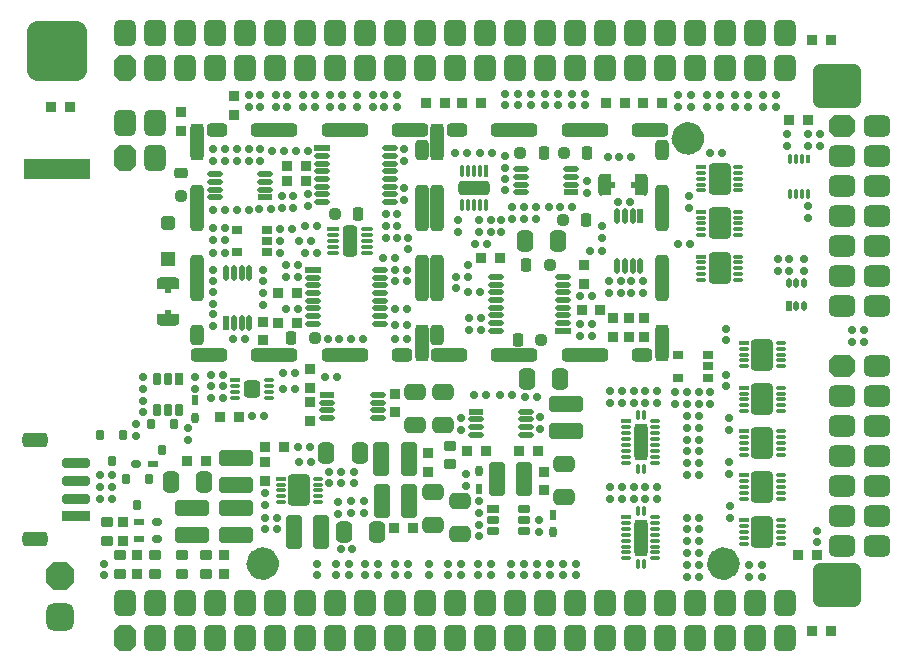
<source format=gbr>
%TF.GenerationSoftware,Altium Limited,Altium Designer,21.2.2 (38)*%
G04 Layer_Color=8388736*
%FSLAX45Y45*%
%MOMM*%
%TF.SameCoordinates,D1C1B47B-FFDC-44FD-B647-F1046EBF8E97*%
%TF.FilePolarity,Negative*%
%TF.FileFunction,Soldermask,Top*%
%TF.Part,Single*%
G01*
G75*
%TA.AperFunction,NonConductor*%
%ADD109R,5.70000X1.80000*%
%TA.AperFunction,ComponentPad*%
G04:AMPARAMS|DCode=110|XSize=1.83mm|YSize=2.23mm|CornerRadius=0mm|HoleSize=0mm|Usage=FLASHONLY|Rotation=0.000|XOffset=0mm|YOffset=0mm|HoleType=Round|Shape=Octagon|*
%AMOCTAGOND110*
4,1,8,-0.45750,1.11500,0.45750,1.11500,0.91500,0.65750,0.91500,-0.65750,0.45750,-1.11500,-0.45750,-1.11500,-0.91500,-0.65750,-0.91500,0.65750,-0.45750,1.11500,0.0*
%
%ADD110OCTAGOND110*%

G04:AMPARAMS|DCode=111|XSize=1.83mm|YSize=2.23mm|CornerRadius=0.49mm|HoleSize=0mm|Usage=FLASHONLY|Rotation=0.000|XOffset=0mm|YOffset=0mm|HoleType=Round|Shape=RoundedRectangle|*
%AMROUNDEDRECTD111*
21,1,1.83000,1.25001,0,0,0.0*
21,1,0.85000,2.23000,0,0,0.0*
1,1,0.98000,0.42500,-0.62500*
1,1,0.98000,-0.42500,-0.62500*
1,1,0.98000,-0.42500,0.62500*
1,1,0.98000,0.42500,0.62500*
%
%ADD111ROUNDEDRECTD111*%
G04:AMPARAMS|DCode=112|XSize=1.83mm|YSize=2.23mm|CornerRadius=0.49mm|HoleSize=0mm|Usage=FLASHONLY|Rotation=270.000|XOffset=0mm|YOffset=0mm|HoleType=Round|Shape=RoundedRectangle|*
%AMROUNDEDRECTD112*
21,1,1.83000,1.25001,0,0,270.0*
21,1,0.85000,2.23000,0,0,270.0*
1,1,0.98000,-0.62500,-0.42500*
1,1,0.98000,-0.62500,0.42500*
1,1,0.98000,0.62500,0.42500*
1,1,0.98000,0.62500,-0.42500*
%
%ADD112ROUNDEDRECTD112*%
G04:AMPARAMS|DCode=113|XSize=1.83mm|YSize=2.23mm|CornerRadius=0mm|HoleSize=0mm|Usage=FLASHONLY|Rotation=270.000|XOffset=0mm|YOffset=0mm|HoleType=Round|Shape=Octagon|*
%AMOCTAGOND113*
4,1,8,1.11500,0.45750,1.11500,-0.45750,0.65750,-0.91500,-0.65750,-0.91500,-1.11500,-0.45750,-1.11500,0.45750,-0.65750,0.91500,0.65750,0.91500,1.11500,0.45750,0.0*
%
%ADD113OCTAGOND113*%

G04:AMPARAMS|DCode=114|XSize=4.13mm|YSize=3.73mm|CornerRadius=0.605mm|HoleSize=0mm|Usage=FLASHONLY|Rotation=0.000|XOffset=0mm|YOffset=0mm|HoleType=Round|Shape=RoundedRectangle|*
%AMROUNDEDRECTD114*
21,1,4.13000,2.52000,0,0,0.0*
21,1,2.92000,3.73000,0,0,0.0*
1,1,1.21000,1.46000,-1.26000*
1,1,1.21000,-1.46000,-1.26000*
1,1,1.21000,-1.46000,1.26000*
1,1,1.21000,1.46000,1.26000*
%
%ADD114ROUNDEDRECTD114*%
G04:AMPARAMS|DCode=115|XSize=5.13mm|YSize=5.13mm|CornerRadius=1.065mm|HoleSize=0mm|Usage=FLASHONLY|Rotation=0.000|XOffset=0mm|YOffset=0mm|HoleType=Round|Shape=RoundedRectangle|*
%AMROUNDEDRECTD115*
21,1,5.13000,3.00000,0,0,0.0*
21,1,3.00000,5.13000,0,0,0.0*
1,1,2.13000,1.50000,-1.50000*
1,1,2.13000,-1.50000,-1.50000*
1,1,2.13000,-1.50000,1.50000*
1,1,2.13000,1.50000,1.50000*
%
%ADD115ROUNDEDRECTD115*%
G04:AMPARAMS|DCode=116|XSize=2.33mm|YSize=2.33mm|CornerRadius=0.615mm|HoleSize=0mm|Usage=FLASHONLY|Rotation=270.000|XOffset=0mm|YOffset=0mm|HoleType=Round|Shape=RoundedRectangle|*
%AMROUNDEDRECTD116*
21,1,2.33000,1.10000,0,0,270.0*
21,1,1.10000,2.33000,0,0,270.0*
1,1,1.23001,-0.55000,-0.55000*
1,1,1.23001,-0.55000,0.55000*
1,1,1.23001,0.55000,0.55000*
1,1,1.23001,0.55000,-0.55000*
%
%ADD116ROUNDEDRECTD116*%
G04:AMPARAMS|DCode=117|XSize=2.33mm|YSize=2.33mm|CornerRadius=0mm|HoleSize=0mm|Usage=FLASHONLY|Rotation=270.000|XOffset=0mm|YOffset=0mm|HoleType=Round|Shape=Octagon|*
%AMOCTAGOND117*
4,1,8,-0.58250,-1.16500,0.58250,-1.16500,1.16500,-0.58250,1.16500,0.58250,0.58250,1.16500,-0.58250,1.16500,-1.16500,0.58250,-1.16500,-0.58250,-0.58250,-1.16500,0.0*
%
%ADD117OCTAGOND117*%

%TA.AperFunction,NonConductor*%
%ADD156C,2.20000*%
%TA.AperFunction,SMDPad,CuDef*%
%ADD157R,0.93000X0.73000*%
G04:AMPARAMS|DCode=158|XSize=0.73mm|YSize=0.93mm|CornerRadius=0.215mm|HoleSize=0mm|Usage=FLASHONLY|Rotation=270.000|XOffset=0mm|YOffset=0mm|HoleType=Round|Shape=RoundedRectangle|*
%AMROUNDEDRECTD158*
21,1,0.73000,0.50000,0,0,270.0*
21,1,0.30000,0.93000,0,0,270.0*
1,1,0.43000,-0.25000,-0.15000*
1,1,0.43000,-0.25000,0.15000*
1,1,0.43000,0.25000,0.15000*
1,1,0.43000,0.25000,-0.15000*
%
%ADD158ROUNDEDRECTD158*%
G04:AMPARAMS|DCode=159|XSize=0.63mm|YSize=0.63mm|CornerRadius=0.19mm|HoleSize=0mm|Usage=FLASHONLY|Rotation=270.000|XOffset=0mm|YOffset=0mm|HoleType=Round|Shape=RoundedRectangle|*
%AMROUNDEDRECTD159*
21,1,0.63000,0.25000,0,0,270.0*
21,1,0.25000,0.63000,0,0,270.0*
1,1,0.38000,-0.12500,-0.12500*
1,1,0.38000,-0.12500,0.12500*
1,1,0.38000,0.12500,0.12500*
1,1,0.38000,0.12500,-0.12500*
%
%ADD159ROUNDEDRECTD159*%
%ADD160R,1.28000X0.48000*%
G04:AMPARAMS|DCode=161|XSize=0.48mm|YSize=1.28mm|CornerRadius=0.1525mm|HoleSize=0mm|Usage=FLASHONLY|Rotation=90.000|XOffset=0mm|YOffset=0mm|HoleType=Round|Shape=RoundedRectangle|*
%AMROUNDEDRECTD161*
21,1,0.48000,0.97500,0,0,90.0*
21,1,0.17500,1.28000,0,0,90.0*
1,1,0.30500,0.48750,0.08750*
1,1,0.30500,0.48750,-0.08750*
1,1,0.30500,-0.48750,-0.08750*
1,1,0.30500,-0.48750,0.08750*
%
%ADD161ROUNDEDRECTD161*%
%ADD162R,0.83000X0.38000*%
G04:AMPARAMS|DCode=163|XSize=0.38mm|YSize=0.83mm|CornerRadius=0.1275mm|HoleSize=0mm|Usage=FLASHONLY|Rotation=90.000|XOffset=0mm|YOffset=0mm|HoleType=Round|Shape=RoundedRectangle|*
%AMROUNDEDRECTD163*
21,1,0.38000,0.57500,0,0,90.0*
21,1,0.12500,0.83000,0,0,90.0*
1,1,0.25500,0.28750,0.06250*
1,1,0.25500,0.28750,-0.06250*
1,1,0.25500,-0.28750,-0.06250*
1,1,0.25500,-0.28750,0.06250*
%
%ADD163ROUNDEDRECTD163*%
G04:AMPARAMS|DCode=164|XSize=2.63mm|YSize=1.83mm|CornerRadius=0.235mm|HoleSize=0mm|Usage=FLASHONLY|Rotation=90.000|XOffset=0mm|YOffset=0mm|HoleType=Round|Shape=RoundedRectangle|*
%AMROUNDEDRECTD164*
21,1,2.63000,1.36000,0,0,90.0*
21,1,2.16000,1.83000,0,0,90.0*
1,1,0.47000,0.68000,1.08000*
1,1,0.47000,0.68000,-1.08000*
1,1,0.47000,-0.68000,-1.08000*
1,1,0.47000,-0.68000,1.08000*
%
%ADD164ROUNDEDRECTD164*%
G04:AMPARAMS|DCode=165|XSize=0.48mm|YSize=0.83mm|CornerRadius=0.1525mm|HoleSize=0mm|Usage=FLASHONLY|Rotation=180.000|XOffset=0mm|YOffset=0mm|HoleType=Round|Shape=RoundedRectangle|*
%AMROUNDEDRECTD165*
21,1,0.48000,0.52501,0,0,180.0*
21,1,0.17500,0.83000,0,0,180.0*
1,1,0.30500,-0.08750,0.26250*
1,1,0.30500,0.08750,0.26250*
1,1,0.30500,0.08750,-0.26250*
1,1,0.30500,-0.08750,-0.26250*
%
%ADD165ROUNDEDRECTD165*%
%ADD166R,0.48000X0.83000*%
G04:AMPARAMS|DCode=167|XSize=0.63mm|YSize=0.63mm|CornerRadius=0.19mm|HoleSize=0mm|Usage=FLASHONLY|Rotation=180.000|XOffset=0mm|YOffset=0mm|HoleType=Round|Shape=RoundedRectangle|*
%AMROUNDEDRECTD167*
21,1,0.63000,0.25000,0,0,180.0*
21,1,0.25000,0.63000,0,0,180.0*
1,1,0.38000,-0.12500,0.12500*
1,1,0.38000,0.12500,0.12500*
1,1,0.38000,0.12500,-0.12500*
1,1,0.38000,-0.12500,-0.12500*
%
%ADD167ROUNDEDRECTD167*%
%ADD168R,0.40000X0.78000*%
G04:AMPARAMS|DCode=169|XSize=0.4mm|YSize=0.78mm|CornerRadius=0.1325mm|HoleSize=0mm|Usage=FLASHONLY|Rotation=0.000|XOffset=0mm|YOffset=0mm|HoleType=Round|Shape=RoundedRectangle|*
%AMROUNDEDRECTD169*
21,1,0.40000,0.51501,0,0,0.0*
21,1,0.13500,0.78000,0,0,0.0*
1,1,0.26500,0.06750,-0.25750*
1,1,0.26500,-0.06750,-0.25750*
1,1,0.26500,-0.06750,0.25750*
1,1,0.26500,0.06750,0.25750*
%
%ADD169ROUNDEDRECTD169*%
G04:AMPARAMS|DCode=170|XSize=0.93mm|YSize=1.13mm|CornerRadius=0.265mm|HoleSize=0mm|Usage=FLASHONLY|Rotation=90.000|XOffset=0mm|YOffset=0mm|HoleType=Round|Shape=RoundedRectangle|*
%AMROUNDEDRECTD170*
21,1,0.93000,0.60000,0,0,90.0*
21,1,0.40000,1.13000,0,0,90.0*
1,1,0.53000,0.30000,0.20000*
1,1,0.53000,0.30000,-0.20000*
1,1,0.53000,-0.30000,-0.20000*
1,1,0.53000,-0.30000,0.20000*
%
%ADD170ROUNDEDRECTD170*%
%ADD171C,1.13000*%
%ADD172O,0.43000X1.83000*%
%ADD173R,1.00000X0.54000*%
G04:AMPARAMS|DCode=174|XSize=0.93mm|YSize=0.93mm|CornerRadius=0.265mm|HoleSize=0mm|Usage=FLASHONLY|Rotation=90.000|XOffset=0mm|YOffset=0mm|HoleType=Round|Shape=RoundedRectangle|*
%AMROUNDEDRECTD174*
21,1,0.93000,0.40000,0,0,90.0*
21,1,0.40000,0.93000,0,0,90.0*
1,1,0.53000,0.20000,0.20000*
1,1,0.53000,0.20000,-0.20000*
1,1,0.53000,-0.20000,-0.20000*
1,1,0.53000,-0.20000,0.20000*
%
%ADD174ROUNDEDRECTD174*%
G04:AMPARAMS|DCode=175|XSize=0.68mm|YSize=1.03mm|CornerRadius=0.2025mm|HoleSize=0mm|Usage=FLASHONLY|Rotation=90.000|XOffset=0mm|YOffset=0mm|HoleType=Round|Shape=RoundedRectangle|*
%AMROUNDEDRECTD175*
21,1,0.68000,0.62500,0,0,90.0*
21,1,0.27500,1.03000,0,0,90.0*
1,1,0.40500,0.31250,0.13750*
1,1,0.40500,0.31250,-0.13750*
1,1,0.40500,-0.31250,-0.13750*
1,1,0.40500,-0.31250,0.13750*
%
%ADD175ROUNDEDRECTD175*%
%ADD176R,1.03000X0.68000*%
G04:AMPARAMS|DCode=177|XSize=0.48mm|YSize=1.33mm|CornerRadius=0.1525mm|HoleSize=0mm|Usage=FLASHONLY|Rotation=90.000|XOffset=0mm|YOffset=0mm|HoleType=Round|Shape=RoundedRectangle|*
%AMROUNDEDRECTD177*
21,1,0.48000,1.02500,0,0,90.0*
21,1,0.17500,1.33000,0,0,90.0*
1,1,0.30500,0.51250,0.08750*
1,1,0.30500,0.51250,-0.08750*
1,1,0.30500,-0.51250,-0.08750*
1,1,0.30500,-0.51250,0.08750*
%
%ADD177ROUNDEDRECTD177*%
%ADD178R,1.33000X0.48000*%
G04:AMPARAMS|DCode=179|XSize=1.53mm|YSize=1.43mm|CornerRadius=0.39mm|HoleSize=0mm|Usage=FLASHONLY|Rotation=90.000|XOffset=0mm|YOffset=0mm|HoleType=Round|Shape=RoundedRectangle|*
%AMROUNDEDRECTD179*
21,1,1.53000,0.65000,0,0,90.0*
21,1,0.75000,1.43000,0,0,90.0*
1,1,0.78000,0.32500,0.37500*
1,1,0.78000,0.32500,-0.37500*
1,1,0.78000,-0.32500,-0.37500*
1,1,0.78000,-0.32500,0.37500*
%
%ADD179ROUNDEDRECTD179*%
%ADD180R,0.98000X0.38000*%
G04:AMPARAMS|DCode=181|XSize=0.38mm|YSize=0.98mm|CornerRadius=0.1275mm|HoleSize=0mm|Usage=FLASHONLY|Rotation=90.000|XOffset=0mm|YOffset=0mm|HoleType=Round|Shape=RoundedRectangle|*
%AMROUNDEDRECTD181*
21,1,0.38000,0.72500,0,0,90.0*
21,1,0.12500,0.98000,0,0,90.0*
1,1,0.25500,0.36250,0.06250*
1,1,0.25500,0.36250,-0.06250*
1,1,0.25500,-0.36250,-0.06250*
1,1,0.25500,-0.36250,0.06250*
%
%ADD181ROUNDEDRECTD181*%
G04:AMPARAMS|DCode=182|XSize=2.68mm|YSize=1.23mm|CornerRadius=0.34mm|HoleSize=0mm|Usage=FLASHONLY|Rotation=90.000|XOffset=0mm|YOffset=0mm|HoleType=Round|Shape=RoundedRectangle|*
%AMROUNDEDRECTD182*
21,1,2.68000,0.55000,0,0,90.0*
21,1,2.00000,1.23000,0,0,90.0*
1,1,0.68000,0.27500,1.00000*
1,1,0.68000,0.27500,-1.00000*
1,1,0.68000,-0.27500,-1.00000*
1,1,0.68000,-0.27500,1.00000*
%
%ADD182ROUNDEDRECTD182*%
G04:AMPARAMS|DCode=183|XSize=0.68mm|YSize=1.03mm|CornerRadius=0.2025mm|HoleSize=0mm|Usage=FLASHONLY|Rotation=0.000|XOffset=0mm|YOffset=0mm|HoleType=Round|Shape=RoundedRectangle|*
%AMROUNDEDRECTD183*
21,1,0.68000,0.62500,0,0,0.0*
21,1,0.27500,1.03000,0,0,0.0*
1,1,0.40500,0.13750,-0.31250*
1,1,0.40500,-0.13750,-0.31250*
1,1,0.40500,-0.13750,0.31250*
1,1,0.40500,0.13750,0.31250*
%
%ADD183ROUNDEDRECTD183*%
%ADD184R,0.68000X1.03000*%
G04:AMPARAMS|DCode=185|XSize=0.48mm|YSize=1.28mm|CornerRadius=0.1525mm|HoleSize=0mm|Usage=FLASHONLY|Rotation=180.000|XOffset=0mm|YOffset=0mm|HoleType=Round|Shape=RoundedRectangle|*
%AMROUNDEDRECTD185*
21,1,0.48000,0.97500,0,0,180.0*
21,1,0.17500,1.28000,0,0,180.0*
1,1,0.30500,-0.08750,0.48750*
1,1,0.30500,0.08750,0.48750*
1,1,0.30500,0.08750,-0.48750*
1,1,0.30500,-0.08750,-0.48750*
%
%ADD185ROUNDEDRECTD185*%
%ADD186R,0.48000X1.28000*%
G04:AMPARAMS|DCode=187|XSize=1.13mm|YSize=3.13mm|CornerRadius=0.315mm|HoleSize=0mm|Usage=FLASHONLY|Rotation=0.000|XOffset=0mm|YOffset=0mm|HoleType=Round|Shape=RoundedRectangle|*
%AMROUNDEDRECTD187*
21,1,1.13000,2.50000,0,0,0.0*
21,1,0.50000,3.13000,0,0,0.0*
1,1,0.63000,0.25000,-1.25000*
1,1,0.63000,-0.25000,-1.25000*
1,1,0.63000,-0.25000,1.25000*
1,1,0.63000,0.25000,1.25000*
%
%ADD187ROUNDEDRECTD187*%
G04:AMPARAMS|DCode=188|XSize=0.38mm|YSize=0.83mm|CornerRadius=0.1275mm|HoleSize=0mm|Usage=FLASHONLY|Rotation=0.000|XOffset=0mm|YOffset=0mm|HoleType=Round|Shape=RoundedRectangle|*
%AMROUNDEDRECTD188*
21,1,0.38000,0.57500,0,0,0.0*
21,1,0.12500,0.83000,0,0,0.0*
1,1,0.25500,0.06250,-0.28750*
1,1,0.25500,-0.06250,-0.28750*
1,1,0.25500,-0.06250,0.28750*
1,1,0.25500,0.06250,0.28750*
%
%ADD188ROUNDEDRECTD188*%
%ADD189R,0.38000X0.98000*%
G04:AMPARAMS|DCode=190|XSize=0.38mm|YSize=0.98mm|CornerRadius=0.1275mm|HoleSize=0mm|Usage=FLASHONLY|Rotation=0.000|XOffset=0mm|YOffset=0mm|HoleType=Round|Shape=RoundedRectangle|*
%AMROUNDEDRECTD190*
21,1,0.38000,0.72500,0,0,0.0*
21,1,0.12500,0.98000,0,0,0.0*
1,1,0.25500,0.06250,-0.36250*
1,1,0.25500,-0.06250,-0.36250*
1,1,0.25500,-0.06250,0.36250*
1,1,0.25500,0.06250,0.36250*
%
%ADD190ROUNDEDRECTD190*%
G04:AMPARAMS|DCode=191|XSize=2.68mm|YSize=1.23mm|CornerRadius=0.34mm|HoleSize=0mm|Usage=FLASHONLY|Rotation=0.000|XOffset=0mm|YOffset=0mm|HoleType=Round|Shape=RoundedRectangle|*
%AMROUNDEDRECTD191*
21,1,2.68000,0.55000,0,0,0.0*
21,1,2.00000,1.23000,0,0,0.0*
1,1,0.68000,1.00000,-0.27500*
1,1,0.68000,-1.00000,-0.27500*
1,1,0.68000,-1.00000,0.27500*
1,1,0.68000,1.00000,0.27500*
%
%ADD191ROUNDEDRECTD191*%
G04:AMPARAMS|DCode=192|XSize=0.93mm|YSize=1.13mm|CornerRadius=0.265mm|HoleSize=0mm|Usage=FLASHONLY|Rotation=180.000|XOffset=0mm|YOffset=0mm|HoleType=Round|Shape=RoundedRectangle|*
%AMROUNDEDRECTD192*
21,1,0.93000,0.60000,0,0,180.0*
21,1,0.40000,1.13000,0,0,180.0*
1,1,0.53000,-0.20000,0.30000*
1,1,0.53000,0.20000,0.30000*
1,1,0.53000,0.20000,-0.30000*
1,1,0.53000,-0.20000,-0.30000*
%
%ADD192ROUNDEDRECTD192*%
G04:AMPARAMS|DCode=193|XSize=0.73mm|YSize=0.83mm|CornerRadius=0.215mm|HoleSize=0mm|Usage=FLASHONLY|Rotation=0.000|XOffset=0mm|YOffset=0mm|HoleType=Round|Shape=RoundedRectangle|*
%AMROUNDEDRECTD193*
21,1,0.73000,0.40000,0,0,0.0*
21,1,0.30000,0.83000,0,0,0.0*
1,1,0.43000,0.15000,-0.20000*
1,1,0.43000,-0.15000,-0.20000*
1,1,0.43000,-0.15000,0.20000*
1,1,0.43000,0.15000,0.20000*
%
%ADD193ROUNDEDRECTD193*%
%ADD194R,0.54000X1.00000*%
%ADD195O,1.83000X0.43000*%
%ADD196R,2.33000X0.83000*%
G04:AMPARAMS|DCode=197|XSize=2.33mm|YSize=0.83mm|CornerRadius=0.24mm|HoleSize=0mm|Usage=FLASHONLY|Rotation=180.000|XOffset=0mm|YOffset=0mm|HoleType=Round|Shape=RoundedRectangle|*
%AMROUNDEDRECTD197*
21,1,2.33000,0.35000,0,0,180.0*
21,1,1.85000,0.83000,0,0,180.0*
1,1,0.48000,-0.92500,0.17500*
1,1,0.48000,0.92500,0.17500*
1,1,0.48000,0.92500,-0.17500*
1,1,0.48000,-0.92500,-0.17500*
%
%ADD197ROUNDEDRECTD197*%
G04:AMPARAMS|DCode=198|XSize=2.13mm|YSize=1.23mm|CornerRadius=0.34mm|HoleSize=0mm|Usage=FLASHONLY|Rotation=180.000|XOffset=0mm|YOffset=0mm|HoleType=Round|Shape=RoundedRectangle|*
%AMROUNDEDRECTD198*
21,1,2.13000,0.55000,0,0,180.0*
21,1,1.45000,1.23000,0,0,180.0*
1,1,0.68000,-0.72500,0.27500*
1,1,0.68000,0.72500,0.27500*
1,1,0.68000,0.72500,-0.27500*
1,1,0.68000,-0.72500,-0.27500*
%
%ADD198ROUNDEDRECTD198*%
G04:AMPARAMS|DCode=199|XSize=3.13mm|YSize=1.13mm|CornerRadius=0.315mm|HoleSize=0mm|Usage=FLASHONLY|Rotation=90.000|XOffset=0mm|YOffset=0mm|HoleType=Round|Shape=RoundedRectangle|*
%AMROUNDEDRECTD199*
21,1,3.13000,0.50000,0,0,90.0*
21,1,2.50000,1.13000,0,0,90.0*
1,1,0.63000,0.25000,1.25000*
1,1,0.63000,0.25000,-1.25000*
1,1,0.63000,-0.25000,-1.25000*
1,1,0.63000,-0.25000,1.25000*
%
%ADD199ROUNDEDRECTD199*%
G04:AMPARAMS|DCode=200|XSize=3.93mm|YSize=1.13mm|CornerRadius=0.315mm|HoleSize=0mm|Usage=FLASHONLY|Rotation=90.000|XOffset=0mm|YOffset=0mm|HoleType=Round|Shape=RoundedRectangle|*
%AMROUNDEDRECTD200*
21,1,3.93000,0.50000,0,0,90.0*
21,1,3.30000,1.13000,0,0,90.0*
1,1,0.63000,0.25000,1.65000*
1,1,0.63000,0.25000,-1.65000*
1,1,0.63000,-0.25000,-1.65000*
1,1,0.63000,-0.25000,1.65000*
%
%ADD200ROUNDEDRECTD200*%
G04:AMPARAMS|DCode=201|XSize=1.73mm|YSize=1.13mm|CornerRadius=0.315mm|HoleSize=0mm|Usage=FLASHONLY|Rotation=180.000|XOffset=0mm|YOffset=0mm|HoleType=Round|Shape=RoundedRectangle|*
%AMROUNDEDRECTD201*
21,1,1.73000,0.50000,0,0,180.0*
21,1,1.10000,1.13000,0,0,180.0*
1,1,0.63000,-0.55000,0.25000*
1,1,0.63000,0.55000,0.25000*
1,1,0.63000,0.55000,-0.25000*
1,1,0.63000,-0.55000,-0.25000*
%
%ADD201ROUNDEDRECTD201*%
G04:AMPARAMS|DCode=202|XSize=3.13mm|YSize=1.13mm|CornerRadius=0.315mm|HoleSize=0mm|Usage=FLASHONLY|Rotation=0.000|XOffset=0mm|YOffset=0mm|HoleType=Round|Shape=RoundedRectangle|*
%AMROUNDEDRECTD202*
21,1,3.13000,0.50000,0,0,0.0*
21,1,2.50000,1.13000,0,0,0.0*
1,1,0.63000,1.25000,-0.25000*
1,1,0.63000,-1.25000,-0.25000*
1,1,0.63000,-1.25000,0.25000*
1,1,0.63000,1.25000,0.25000*
%
%ADD202ROUNDEDRECTD202*%
G04:AMPARAMS|DCode=203|XSize=3.93mm|YSize=1.13mm|CornerRadius=0.315mm|HoleSize=0mm|Usage=FLASHONLY|Rotation=0.000|XOffset=0mm|YOffset=0mm|HoleType=Round|Shape=RoundedRectangle|*
%AMROUNDEDRECTD203*
21,1,3.93000,0.50000,0,0,0.0*
21,1,3.30000,1.13000,0,0,0.0*
1,1,0.63000,1.65000,-0.25000*
1,1,0.63000,-1.65000,-0.25000*
1,1,0.63000,-1.65000,0.25000*
1,1,0.63000,1.65000,0.25000*
%
%ADD203ROUNDEDRECTD203*%
G04:AMPARAMS|DCode=204|XSize=1.73mm|YSize=1.13mm|CornerRadius=0.315mm|HoleSize=0mm|Usage=FLASHONLY|Rotation=90.000|XOffset=0mm|YOffset=0mm|HoleType=Round|Shape=RoundedRectangle|*
%AMROUNDEDRECTD204*
21,1,1.73000,0.50000,0,0,90.0*
21,1,1.10000,1.13000,0,0,90.0*
1,1,0.63000,0.25000,0.55000*
1,1,0.63000,0.25000,-0.55000*
1,1,0.63000,-0.25000,-0.55000*
1,1,0.63000,-0.25000,0.55000*
%
%ADD204ROUNDEDRECTD204*%
G04:AMPARAMS|DCode=205|XSize=2.93mm|YSize=1.43mm|CornerRadius=0.39mm|HoleSize=0mm|Usage=FLASHONLY|Rotation=90.000|XOffset=0mm|YOffset=0mm|HoleType=Round|Shape=RoundedRectangle|*
%AMROUNDEDRECTD205*
21,1,2.93000,0.65000,0,0,90.0*
21,1,2.15000,1.43000,0,0,90.0*
1,1,0.78000,0.32500,1.07500*
1,1,0.78000,0.32500,-1.07500*
1,1,0.78000,-0.32500,-1.07500*
1,1,0.78000,-0.32500,1.07500*
%
%ADD205ROUNDEDRECTD205*%
G04:AMPARAMS|DCode=206|XSize=1.03mm|YSize=0.93mm|CornerRadius=0.265mm|HoleSize=0mm|Usage=FLASHONLY|Rotation=180.000|XOffset=0mm|YOffset=0mm|HoleType=Round|Shape=RoundedRectangle|*
%AMROUNDEDRECTD206*
21,1,1.03000,0.40000,0,0,180.0*
21,1,0.50000,0.93000,0,0,180.0*
1,1,0.53000,-0.25000,0.20000*
1,1,0.53000,0.25000,0.20000*
1,1,0.53000,0.25000,-0.20000*
1,1,0.53000,-0.25000,-0.20000*
%
%ADD206ROUNDEDRECTD206*%
G04:AMPARAMS|DCode=207|XSize=2.93mm|YSize=1.43mm|CornerRadius=0.39mm|HoleSize=0mm|Usage=FLASHONLY|Rotation=180.000|XOffset=0mm|YOffset=0mm|HoleType=Round|Shape=RoundedRectangle|*
%AMROUNDEDRECTD207*
21,1,2.93000,0.65000,0,0,180.0*
21,1,2.15000,1.43000,0,0,180.0*
1,1,0.78000,-1.07500,0.32500*
1,1,0.78000,1.07500,0.32500*
1,1,0.78000,1.07500,-0.32500*
1,1,0.78000,-1.07500,-0.32500*
%
%ADD207ROUNDEDRECTD207*%
%ADD208R,0.83000X0.63000*%
G04:AMPARAMS|DCode=209|XSize=0.63mm|YSize=0.83mm|CornerRadius=0.19mm|HoleSize=0mm|Usage=FLASHONLY|Rotation=90.000|XOffset=0mm|YOffset=0mm|HoleType=Round|Shape=RoundedRectangle|*
%AMROUNDEDRECTD209*
21,1,0.63000,0.45000,0,0,90.0*
21,1,0.25000,0.83000,0,0,90.0*
1,1,0.38000,0.22500,0.12500*
1,1,0.38000,0.22500,-0.12500*
1,1,0.38000,-0.22500,-0.12500*
1,1,0.38000,-0.22500,0.12500*
%
%ADD209ROUNDEDRECTD209*%
%ADD210R,0.93000X0.93000*%
%ADD211R,0.63000X0.83000*%
G04:AMPARAMS|DCode=212|XSize=0.63mm|YSize=0.83mm|CornerRadius=0.19mm|HoleSize=0mm|Usage=FLASHONLY|Rotation=0.000|XOffset=0mm|YOffset=0mm|HoleType=Round|Shape=RoundedRectangle|*
%AMROUNDEDRECTD212*
21,1,0.63000,0.45000,0,0,0.0*
21,1,0.25000,0.83000,0,0,0.0*
1,1,0.38000,0.12500,-0.22500*
1,1,0.38000,-0.12500,-0.22500*
1,1,0.38000,-0.12500,0.22500*
1,1,0.38000,0.12500,0.22500*
%
%ADD212ROUNDEDRECTD212*%
G04:AMPARAMS|DCode=213|XSize=1.23mm|YSize=1.23mm|CornerRadius=0.34mm|HoleSize=0mm|Usage=FLASHONLY|Rotation=180.000|XOffset=0mm|YOffset=0mm|HoleType=Round|Shape=RoundedRectangle|*
%AMROUNDEDRECTD213*
21,1,1.23000,0.55000,0,0,180.0*
21,1,0.55000,1.23000,0,0,180.0*
1,1,0.68000,-0.27500,0.27500*
1,1,0.68000,0.27500,0.27500*
1,1,0.68000,0.27500,-0.27500*
1,1,0.68000,-0.27500,-0.27500*
%
%ADD213ROUNDEDRECTD213*%
%ADD214R,1.23000X1.23000*%
G04:AMPARAMS|DCode=215|XSize=1.78mm|YSize=1.38mm|CornerRadius=0.3775mm|HoleSize=0mm|Usage=FLASHONLY|Rotation=270.000|XOffset=0mm|YOffset=0mm|HoleType=Round|Shape=RoundedRectangle|*
%AMROUNDEDRECTD215*
21,1,1.78000,0.62500,0,0,270.0*
21,1,1.02500,1.38000,0,0,270.0*
1,1,0.75500,-0.31250,-0.51250*
1,1,0.75500,-0.31250,0.51250*
1,1,0.75500,0.31250,0.51250*
1,1,0.75500,0.31250,-0.51250*
%
%ADD215ROUNDEDRECTD215*%
G04:AMPARAMS|DCode=216|XSize=1.78mm|YSize=1.38mm|CornerRadius=0.3775mm|HoleSize=0mm|Usage=FLASHONLY|Rotation=0.000|XOffset=0mm|YOffset=0mm|HoleType=Round|Shape=RoundedRectangle|*
%AMROUNDEDRECTD216*
21,1,1.78000,0.62500,0,0,0.0*
21,1,1.02500,1.38000,0,0,0.0*
1,1,0.75500,0.51250,-0.31250*
1,1,0.75500,-0.51250,-0.31250*
1,1,0.75500,-0.51250,0.31250*
1,1,0.75500,0.51250,0.31250*
%
%ADD216ROUNDEDRECTD216*%
G04:AMPARAMS|DCode=217|XSize=0.93mm|YSize=0.93mm|CornerRadius=0.265mm|HoleSize=0mm|Usage=FLASHONLY|Rotation=180.000|XOffset=0mm|YOffset=0mm|HoleType=Round|Shape=RoundedRectangle|*
%AMROUNDEDRECTD217*
21,1,0.93000,0.40000,0,0,180.0*
21,1,0.40000,0.93000,0,0,180.0*
1,1,0.53000,-0.20000,0.20000*
1,1,0.53000,0.20000,0.20000*
1,1,0.53000,0.20000,-0.20000*
1,1,0.53000,-0.20000,-0.20000*
%
%ADD217ROUNDEDRECTD217*%
G36*
X2486020Y2916440D02*
X2487015Y2916201D01*
X2487960Y2915810D01*
X2488832Y2915275D01*
X2489610Y2914610D01*
X2490275Y2913832D01*
X2490810Y2912960D01*
X2491201Y2912015D01*
X2491440Y2911020D01*
X2491520Y2910000D01*
Y2835000D01*
X2491440Y2833980D01*
X2491201Y2832985D01*
X2490810Y2832040D01*
X2490275Y2831168D01*
X2489610Y2830390D01*
X2488832Y2829725D01*
X2487960Y2829191D01*
X2487015Y2828799D01*
X2486020Y2828560D01*
X2485000Y2828480D01*
X2315000D01*
X2313980Y2828560D01*
X2312985Y2828799D01*
X2312040Y2829191D01*
X2311168Y2829725D01*
X2310390Y2830390D01*
X2309725Y2831168D01*
X2309190Y2832040D01*
X2308799Y2832985D01*
X2308560Y2833980D01*
X2308480Y2835000D01*
Y2910000D01*
X2308560Y2911020D01*
X2308799Y2912015D01*
X2309190Y2912960D01*
X2309725Y2913832D01*
X2310390Y2914610D01*
X2311168Y2915275D01*
X2312040Y2915810D01*
X2312985Y2916201D01*
X2313980Y2916440D01*
X2315000Y2916520D01*
X2372511D01*
X2373531Y2916440D01*
X2374526Y2916201D01*
X2375471Y2915810D01*
X2376343Y2915275D01*
X2377121Y2914610D01*
X2377786Y2913832D01*
X2378321Y2912960D01*
X2378712Y2912015D01*
X2378951Y2911020D01*
X2379031Y2910000D01*
Y2856507D01*
X2421026D01*
Y2910000D01*
X2421106Y2911020D01*
X2421345Y2912015D01*
X2421736Y2912960D01*
X2422271Y2913832D01*
X2422935Y2914610D01*
X2423713Y2915275D01*
X2424586Y2915810D01*
X2425531Y2916201D01*
X2426526Y2916440D01*
X2427546Y2916520D01*
X2485000D01*
X2486020Y2916440D01*
D02*
G37*
G36*
Y3211440D02*
X2487015Y3211201D01*
X2487960Y3210809D01*
X2488832Y3210275D01*
X2489610Y3209610D01*
X2490275Y3208832D01*
X2490810Y3207960D01*
X2491201Y3207015D01*
X2491440Y3206020D01*
X2491520Y3205000D01*
Y3130000D01*
X2491440Y3128980D01*
X2491201Y3127985D01*
X2490810Y3127040D01*
X2490275Y3126168D01*
X2489610Y3125390D01*
X2488832Y3124725D01*
X2487960Y3124191D01*
X2487015Y3123799D01*
X2486020Y3123560D01*
X2485000Y3123480D01*
X2427505Y3123480D01*
X2426485Y3123561D01*
X2425490Y3123799D01*
X2424545Y3124191D01*
X2423673Y3124726D01*
X2422895Y3125390D01*
X2422230Y3126168D01*
X2421695Y3127040D01*
X2421304Y3127986D01*
X2421065Y3128981D01*
X2420985Y3130001D01*
X2420984Y3183485D01*
X2379023Y3183485D01*
X2379023Y3130000D01*
X2378943Y3128980D01*
X2378704Y3127986D01*
X2378312Y3127040D01*
X2377778Y3126168D01*
X2377113Y3125390D01*
X2376335Y3124726D01*
X2375463Y3124191D01*
X2374517Y3123799D01*
X2373523Y3123560D01*
X2372503Y3123480D01*
X2315000Y3123480D01*
X2313980Y3123560D01*
X2312985Y3123799D01*
X2312040Y3124191D01*
X2311168Y3124725D01*
X2310390Y3125390D01*
X2309725Y3126168D01*
X2309190Y3127040D01*
X2308799Y3127985D01*
X2308560Y3128980D01*
X2308480Y3130000D01*
Y3205000D01*
X2308560Y3206020D01*
X2308799Y3207015D01*
X2309190Y3207960D01*
X2309725Y3208832D01*
X2310390Y3209610D01*
X2311168Y3210275D01*
X2312040Y3210809D01*
X2312985Y3211201D01*
X2313980Y3211440D01*
X2315000Y3211520D01*
X2485000D01*
X2486020Y3211440D01*
D02*
G37*
G36*
X6141020Y4101440D02*
X6142015Y4101201D01*
X6142960Y4100810D01*
X6143832Y4100275D01*
X6144610Y4099611D01*
X6145275Y4098833D01*
X6145809Y4097960D01*
X6146201Y4097015D01*
X6146440Y4096020D01*
X6146520Y4095000D01*
X6146520Y4037505D01*
X6146439Y4036485D01*
X6146201Y4035490D01*
X6145809Y4034545D01*
X6145274Y4033673D01*
X6144610Y4032895D01*
X6143832Y4032230D01*
X6142960Y4031696D01*
X6142014Y4031304D01*
X6141019Y4031065D01*
X6139999Y4030985D01*
X6086515Y4030985D01*
X6086515Y3989023D01*
X6140000Y3989023D01*
X6141020Y3988943D01*
X6142014Y3988704D01*
X6142960Y3988312D01*
X6143832Y3987778D01*
X6144610Y3987113D01*
X6145274Y3986335D01*
X6145809Y3985463D01*
X6146201Y3984518D01*
X6146440Y3983523D01*
X6146520Y3982503D01*
X6146520Y3925000D01*
X6146440Y3923980D01*
X6146201Y3922985D01*
X6145809Y3922040D01*
X6145275Y3921168D01*
X6144610Y3920390D01*
X6143832Y3919725D01*
X6142960Y3919191D01*
X6142015Y3918799D01*
X6141020Y3918560D01*
X6140000Y3918480D01*
X6065000D01*
X6063980Y3918560D01*
X6062985Y3918799D01*
X6062040Y3919191D01*
X6061168Y3919725D01*
X6060390Y3920390D01*
X6059725Y3921168D01*
X6059191Y3922040D01*
X6058799Y3922985D01*
X6058560Y3923980D01*
X6058480Y3925000D01*
Y4095000D01*
X6058560Y4096020D01*
X6058799Y4097015D01*
X6059191Y4097960D01*
X6059725Y4098833D01*
X6060390Y4099611D01*
X6061168Y4100275D01*
X6062040Y4100810D01*
X6062985Y4101201D01*
X6063980Y4101440D01*
X6065000Y4101520D01*
X6140000D01*
X6141020Y4101440D01*
D02*
G37*
G36*
X6436020D02*
X6437015Y4101201D01*
X6437960Y4100810D01*
X6438832Y4100275D01*
X6439610Y4099611D01*
X6440275Y4098833D01*
X6440809Y4097960D01*
X6441201Y4097015D01*
X6441440Y4096020D01*
X6441520Y4095000D01*
Y3925000D01*
X6441440Y3923980D01*
X6441201Y3922985D01*
X6440809Y3922040D01*
X6440275Y3921168D01*
X6439610Y3920390D01*
X6438832Y3919725D01*
X6437960Y3919191D01*
X6437015Y3918799D01*
X6436020Y3918560D01*
X6435000Y3918480D01*
X6360000D01*
X6358980Y3918560D01*
X6357985Y3918799D01*
X6357040Y3919191D01*
X6356168Y3919725D01*
X6355390Y3920390D01*
X6354725Y3921168D01*
X6354190Y3922040D01*
X6353799Y3922985D01*
X6353560Y3923980D01*
X6353480Y3925000D01*
Y3982511D01*
X6353560Y3983531D01*
X6353799Y3984526D01*
X6354190Y3985471D01*
X6354725Y3986344D01*
X6355390Y3987122D01*
X6356168Y3987786D01*
X6357040Y3988321D01*
X6357985Y3988712D01*
X6358980Y3988951D01*
X6360000Y3989031D01*
X6413493D01*
Y4031026D01*
X6360000D01*
X6358980Y4031106D01*
X6357985Y4031345D01*
X6357040Y4031736D01*
X6356168Y4032271D01*
X6355390Y4032936D01*
X6354725Y4033714D01*
X6354190Y4034586D01*
X6353799Y4035531D01*
X6353560Y4036526D01*
X6353480Y4037546D01*
Y4095000D01*
X6353560Y4096020D01*
X6353799Y4097015D01*
X6354190Y4097960D01*
X6354725Y4098833D01*
X6355390Y4099611D01*
X6356168Y4100275D01*
X6357040Y4100810D01*
X6357985Y4101201D01*
X6358980Y4101440D01*
X6360000Y4101520D01*
X6435000D01*
X6436020Y4101440D01*
D02*
G37*
D109*
X1455000Y4140000D02*
D03*
D110*
X2032000Y170500D02*
D03*
Y4996500D02*
D03*
Y4238400D02*
D03*
D111*
X2286000Y170500D02*
D03*
X2540000D02*
D03*
X2794000D02*
D03*
X3048000D02*
D03*
X3302000D02*
D03*
X3556000D02*
D03*
X3810000D02*
D03*
X4064000D02*
D03*
X4318000D02*
D03*
X4572000D02*
D03*
X4826000D02*
D03*
X5080000D02*
D03*
X5334000D02*
D03*
X5588000D02*
D03*
X5842000D02*
D03*
X6096000D02*
D03*
X6350000D02*
D03*
X6604000D02*
D03*
X6858000D02*
D03*
X7112000D02*
D03*
X7366000D02*
D03*
X7620000D02*
D03*
X2032000Y464500D02*
D03*
X2286000D02*
D03*
X2540000D02*
D03*
X2794000D02*
D03*
X3048000D02*
D03*
X3302000D02*
D03*
X3556000D02*
D03*
X3810000D02*
D03*
X4064000D02*
D03*
X4318000D02*
D03*
X4572000D02*
D03*
X4826000D02*
D03*
X5080000D02*
D03*
X5334000D02*
D03*
X5588000D02*
D03*
X5842000D02*
D03*
X6096000D02*
D03*
X6350000D02*
D03*
X6604000D02*
D03*
X6858000D02*
D03*
X7112000D02*
D03*
X7366000D02*
D03*
X7620000D02*
D03*
X2286000Y4996500D02*
D03*
X2540000D02*
D03*
X2794000D02*
D03*
X3048000D02*
D03*
X3302000D02*
D03*
X3556000D02*
D03*
X3810000D02*
D03*
X4064000D02*
D03*
X4318000D02*
D03*
X4572000D02*
D03*
X4826000D02*
D03*
X5080000D02*
D03*
X5334000D02*
D03*
X5588000D02*
D03*
X5842000D02*
D03*
X6096000D02*
D03*
X6350000D02*
D03*
X6604000D02*
D03*
X6858000D02*
D03*
X7112000D02*
D03*
X7366000D02*
D03*
X7620000D02*
D03*
X2032000Y5290500D02*
D03*
X2286000D02*
D03*
X2540000D02*
D03*
X2794000D02*
D03*
X3048000D02*
D03*
X3302000D02*
D03*
X3556000D02*
D03*
X3810000D02*
D03*
X4064000D02*
D03*
X4318000D02*
D03*
X4572000D02*
D03*
X4826000D02*
D03*
X5080000D02*
D03*
X5334000D02*
D03*
X5588000D02*
D03*
X5842000D02*
D03*
X6096000D02*
D03*
X6350000D02*
D03*
X6604000D02*
D03*
X6858000D02*
D03*
X7112000D02*
D03*
X7366000D02*
D03*
X7620000D02*
D03*
X2286000Y4238400D02*
D03*
Y4532400D02*
D03*
X2032000D02*
D03*
D112*
X8402000Y952800D02*
D03*
Y1206800D02*
D03*
Y1460800D02*
D03*
Y1714800D02*
D03*
Y1968800D02*
D03*
Y2222800D02*
D03*
Y2476800D02*
D03*
X8108000Y952800D02*
D03*
Y1206800D02*
D03*
Y1460800D02*
D03*
Y1714800D02*
D03*
Y1968800D02*
D03*
Y2222800D02*
D03*
Y4254800D02*
D03*
Y4000800D02*
D03*
Y3746800D02*
D03*
Y3492800D02*
D03*
Y3238800D02*
D03*
Y2984800D02*
D03*
X8402000Y4508800D02*
D03*
Y4254800D02*
D03*
Y4000800D02*
D03*
Y3746800D02*
D03*
Y3492800D02*
D03*
Y3238800D02*
D03*
Y2984800D02*
D03*
D113*
X8108000Y2476800D02*
D03*
Y4508800D02*
D03*
D114*
X8064500Y615000D02*
D03*
Y4846000D02*
D03*
D115*
X1460500Y5143500D02*
D03*
D116*
X1480000Y345000D02*
D03*
D117*
Y695000D02*
D03*
D156*
X6830000Y4400000D02*
G03*
X6830000Y4400000I-30000J0D01*
G01*
X3230000Y800000D02*
G03*
X3230000Y800000I-30000J0D01*
G01*
X7130000D02*
G03*
X7130000Y800000I-30000J0D01*
G01*
D157*
X3237500Y3435000D02*
D03*
X6967500Y2375000D02*
D03*
D158*
X3237500Y3530000D02*
D03*
Y3625000D02*
D03*
X2982500D02*
D03*
Y3435000D02*
D03*
X6712500Y2375000D02*
D03*
Y2565000D02*
D03*
X6967500D02*
D03*
Y2470000D02*
D03*
D159*
X3610000Y3530000D02*
D03*
X3510000D02*
D03*
X5820000Y3820000D02*
D03*
X5720000D02*
D03*
X5620000D02*
D03*
X6790000Y2250000D02*
D03*
X6690000D02*
D03*
Y2150000D02*
D03*
X6790000D02*
D03*
X6890000Y2250000D02*
D03*
X6990000D02*
D03*
X6890000Y2150000D02*
D03*
X6990000D02*
D03*
X3050000Y2700000D02*
D03*
X2950000D02*
D03*
X3170000Y3800000D02*
D03*
X3270000D02*
D03*
X3850000Y2700000D02*
D03*
X3750000D02*
D03*
X6070000Y3450000D02*
D03*
X5970000D02*
D03*
X3110000Y2050000D02*
D03*
X3210000D02*
D03*
X6790000Y1550000D02*
D03*
X6890000D02*
D03*
X5040000Y4280000D02*
D03*
X5140000D02*
D03*
X3860000Y1580000D02*
D03*
X3760000D02*
D03*
X3760000Y1480000D02*
D03*
X3860000D02*
D03*
X6790000Y1190000D02*
D03*
X6890000D02*
D03*
X6790000Y790000D02*
D03*
X6890000D02*
D03*
X6790000Y890000D02*
D03*
X6890000D02*
D03*
X6790000Y990000D02*
D03*
X6890000D02*
D03*
X6790000Y1090000D02*
D03*
X6890000D02*
D03*
X6790000Y1650000D02*
D03*
X6890000D02*
D03*
X6790000Y1750000D02*
D03*
X6890000D02*
D03*
X6790000Y1850000D02*
D03*
X6890000D02*
D03*
X6790000Y1950000D02*
D03*
X6890000D02*
D03*
X1920000Y1550000D02*
D03*
X1820000D02*
D03*
X1820000Y1450000D02*
D03*
X1920000D02*
D03*
X5210000Y2230000D02*
D03*
X5310000D02*
D03*
X3660000Y3660000D02*
D03*
X3560000D02*
D03*
X3080000Y4310000D02*
D03*
X2980000D02*
D03*
X2760000Y2400000D02*
D03*
X2860000D02*
D03*
X3370000Y2280000D02*
D03*
X3470000D02*
D03*
X2760000Y2300000D02*
D03*
X2860000D02*
D03*
X2860000Y2200000D02*
D03*
X2760000D02*
D03*
X3660000Y3430000D02*
D03*
X3560000D02*
D03*
X4220000Y3390000D02*
D03*
X4320000D02*
D03*
Y2960000D02*
D03*
X4420000D02*
D03*
X4940000Y3100000D02*
D03*
X5040000D02*
D03*
X4050000Y2700000D02*
D03*
X3950000D02*
D03*
X2880000Y3540000D02*
D03*
X2780000D02*
D03*
X4420000Y2700000D02*
D03*
X4320000D02*
D03*
X6120000Y4240000D02*
D03*
X6220000D02*
D03*
X6320001D02*
D03*
X4930000Y4280000D02*
D03*
X4830000D02*
D03*
X3730000Y2380000D02*
D03*
X3830000D02*
D03*
X6210000Y3860000D02*
D03*
X6310000D02*
D03*
X5090000Y2230000D02*
D03*
X4990000D02*
D03*
X3280000Y4290000D02*
D03*
X3380000D02*
D03*
X3480000D02*
D03*
X3580000D02*
D03*
X3080000Y3790000D02*
D03*
X2980000D02*
D03*
X2780000D02*
D03*
X2880000D02*
D03*
X3080000Y4210000D02*
D03*
X2980000D02*
D03*
X6320000Y3090000D02*
D03*
X6420000D02*
D03*
X6320000Y3190000D02*
D03*
X6420000D02*
D03*
X3470000Y2410000D02*
D03*
X3370000D02*
D03*
X2780000Y3430000D02*
D03*
X2880000D02*
D03*
X4340000Y3560000D02*
D03*
X4240000D02*
D03*
X4340000Y3760000D02*
D03*
X4240000D02*
D03*
X4340000Y3660000D02*
D03*
X4240000D02*
D03*
X3450000Y3630000D02*
D03*
X3350000D02*
D03*
X8190000Y2680000D02*
D03*
X8290000D02*
D03*
X3400000Y3330000D02*
D03*
X3500000D02*
D03*
X3400000Y3230000D02*
D03*
X3500000D02*
D03*
X4420000Y3190000D02*
D03*
X4320000D02*
D03*
X4420000Y3290000D02*
D03*
X4320000D02*
D03*
X3400000Y2960000D02*
D03*
X3500000D02*
D03*
X2880000Y3640000D02*
D03*
X2780000D02*
D03*
X6230000Y3090000D02*
D03*
X6130000D02*
D03*
X6230000Y3190000D02*
D03*
X6130000D02*
D03*
X6790000Y2050000D02*
D03*
X6890000D02*
D03*
X1820000Y1350000D02*
D03*
X1920000D02*
D03*
X8290000Y2780000D02*
D03*
X8190000D02*
D03*
X3960000Y920000D02*
D03*
X3860000D02*
D03*
X3510000Y1660000D02*
D03*
X3610000D02*
D03*
X3500000Y1790000D02*
D03*
X3600000D02*
D03*
X3320000Y1090000D02*
D03*
X3220000D02*
D03*
Y1190000D02*
D03*
X3320000D02*
D03*
X5520000Y2210000D02*
D03*
X5420000D02*
D03*
X4420000Y2820000D02*
D03*
X4320000D02*
D03*
X7090000Y4280000D02*
D03*
X6990000D02*
D03*
X6720000Y3510000D02*
D03*
X6820000D02*
D03*
X6790000Y690000D02*
D03*
X6890000D02*
D03*
X5990000Y2730000D02*
D03*
X5890000D02*
D03*
X5990000Y2830000D02*
D03*
X5890000D02*
D03*
X5990000Y3070000D02*
D03*
X5890000D02*
D03*
X5100000Y3510000D02*
D03*
X5000000D02*
D03*
D160*
X3747500Y2227500D02*
D03*
X3222500Y3902500D02*
D03*
X5007500Y2087500D02*
D03*
X5812500Y3942500D02*
D03*
D161*
X3747500Y2162500D02*
D03*
Y2097500D02*
D03*
Y2032500D02*
D03*
X4172500Y2227500D02*
D03*
Y2162500D02*
D03*
Y2097500D02*
D03*
Y2032500D02*
D03*
X2797500Y4097500D02*
D03*
Y4032500D02*
D03*
Y3967500D02*
D03*
Y3902500D02*
D03*
X3222500Y4097500D02*
D03*
Y4032500D02*
D03*
Y3967500D02*
D03*
X5432500Y1892500D02*
D03*
Y1957500D02*
D03*
Y2022500D02*
D03*
Y2087500D02*
D03*
X5007500Y1892500D02*
D03*
Y1957500D02*
D03*
Y2022500D02*
D03*
X5387500Y4137500D02*
D03*
Y4072500D02*
D03*
Y4007500D02*
D03*
Y3942500D02*
D03*
X5812500Y4137500D02*
D03*
Y4072500D02*
D03*
Y4007500D02*
D03*
D162*
X6915000Y4160000D02*
D03*
X2964999Y2355000D02*
D03*
X3355000Y1520000D02*
D03*
X6915000Y3780000D02*
D03*
X7275000Y1170000D02*
D03*
Y1920000D02*
D03*
Y1550000D02*
D03*
X6275000Y1195000D02*
D03*
X7275000Y2290000D02*
D03*
X6915000Y3400000D02*
D03*
X7275000Y2670000D02*
D03*
X6274999Y2005001D02*
D03*
D163*
X6915000Y4110000D02*
D03*
Y4060000D02*
D03*
Y4010000D02*
D03*
Y3960000D02*
D03*
X7225000Y4160000D02*
D03*
Y4110000D02*
D03*
Y4060000D02*
D03*
Y4010000D02*
D03*
Y3960000D02*
D03*
X3254999Y2205000D02*
D03*
Y2255000D02*
D03*
Y2305000D02*
D03*
Y2355000D02*
D03*
X2964999Y2205000D02*
D03*
Y2255000D02*
D03*
Y2305000D02*
D03*
X3665000Y1320000D02*
D03*
Y1370000D02*
D03*
Y1420000D02*
D03*
Y1470000D02*
D03*
Y1520000D02*
D03*
X3355000Y1320000D02*
D03*
Y1370000D02*
D03*
Y1420000D02*
D03*
Y1470000D02*
D03*
X7225000Y3580000D02*
D03*
Y3630000D02*
D03*
Y3680000D02*
D03*
Y3730000D02*
D03*
Y3780000D02*
D03*
X6915000Y3580000D02*
D03*
Y3630000D02*
D03*
Y3680000D02*
D03*
Y3730000D02*
D03*
X7585000Y970000D02*
D03*
Y1020000D02*
D03*
Y1070000D02*
D03*
Y1120000D02*
D03*
Y1170000D02*
D03*
X7275000Y970000D02*
D03*
Y1020000D02*
D03*
Y1070000D02*
D03*
Y1120000D02*
D03*
X7585000Y1720000D02*
D03*
Y1770000D02*
D03*
Y1820000D02*
D03*
Y1870000D02*
D03*
Y1920000D02*
D03*
X7275000Y1720000D02*
D03*
Y1770000D02*
D03*
Y1820000D02*
D03*
Y1870000D02*
D03*
X7585000Y1350000D02*
D03*
Y1400000D02*
D03*
Y1450000D02*
D03*
Y1500000D02*
D03*
Y1550000D02*
D03*
X7275000Y1350000D02*
D03*
Y1400000D02*
D03*
Y1450000D02*
D03*
Y1500000D02*
D03*
X6525000Y1195000D02*
D03*
Y1145000D02*
D03*
Y1095000D02*
D03*
Y1045000D02*
D03*
Y995000D02*
D03*
Y945000D02*
D03*
Y895000D02*
D03*
Y845000D02*
D03*
X6275000Y845000D02*
D03*
Y895000D02*
D03*
Y945000D02*
D03*
Y995000D02*
D03*
Y1045000D02*
D03*
Y1095000D02*
D03*
Y1145000D02*
D03*
X7585000Y2090000D02*
D03*
Y2140000D02*
D03*
Y2190000D02*
D03*
Y2240000D02*
D03*
Y2290000D02*
D03*
X7275000Y2090000D02*
D03*
Y2140000D02*
D03*
Y2190000D02*
D03*
Y2240000D02*
D03*
X7225000Y3200000D02*
D03*
Y3250000D02*
D03*
Y3300000D02*
D03*
Y3350000D02*
D03*
Y3400000D02*
D03*
X6915000Y3200000D02*
D03*
Y3250000D02*
D03*
Y3300000D02*
D03*
Y3350000D02*
D03*
X7585000Y2470000D02*
D03*
Y2520000D02*
D03*
Y2570000D02*
D03*
Y2620000D02*
D03*
Y2670000D02*
D03*
X7275000Y2470000D02*
D03*
Y2520000D02*
D03*
Y2570000D02*
D03*
Y2620000D02*
D03*
X6525000Y2005000D02*
D03*
Y1955000D02*
D03*
Y1905000D02*
D03*
Y1855000D02*
D03*
Y1805000D02*
D03*
Y1755000D02*
D03*
Y1705000D02*
D03*
Y1655000D02*
D03*
X6274999Y1655000D02*
D03*
Y1705000D02*
D03*
Y1755001D02*
D03*
Y1805000D02*
D03*
Y1855001D02*
D03*
Y1905001D02*
D03*
Y1955000D02*
D03*
D164*
X7070000Y4060000D02*
D03*
X3510000Y1420000D02*
D03*
X7070000Y3680000D02*
D03*
X7430000Y1070000D02*
D03*
Y1820000D02*
D03*
Y1450000D02*
D03*
Y2190000D02*
D03*
X7070000Y3300000D02*
D03*
X7430000Y2570000D02*
D03*
D165*
X7654551Y3179735D02*
D03*
X7719551D02*
D03*
X7784551D02*
D03*
Y2979734D02*
D03*
X7719551D02*
D03*
D166*
X7654551D02*
D03*
D167*
X7820000Y3730000D02*
D03*
Y3830000D02*
D03*
X7160000Y1190000D02*
D03*
Y1290000D02*
D03*
X7150000Y1930000D02*
D03*
Y2030000D02*
D03*
X7120000Y2300000D02*
D03*
Y2400000D02*
D03*
X6440000Y1350000D02*
D03*
Y1450000D02*
D03*
X6240000Y1350000D02*
D03*
Y1450000D02*
D03*
X6440000Y2160000D02*
D03*
Y2260000D02*
D03*
X6240000Y2160000D02*
D03*
Y2260000D02*
D03*
X7430000Y690000D02*
D03*
Y790000D02*
D03*
X7320000Y690000D02*
D03*
Y790000D02*
D03*
X5520000Y700000D02*
D03*
Y800000D02*
D03*
X5410000Y700000D02*
D03*
Y800000D02*
D03*
X5300000Y700000D02*
D03*
Y800000D02*
D03*
X5020000Y700000D02*
D03*
Y800000D02*
D03*
X5360000Y4780000D02*
D03*
Y4680000D02*
D03*
X4880000Y700000D02*
D03*
Y800000D02*
D03*
X4070000Y700000D02*
D03*
Y800000D02*
D03*
X3930000Y800000D02*
D03*
Y700000D02*
D03*
X4000000Y4770000D02*
D03*
Y4670000D02*
D03*
X4130000Y4670000D02*
D03*
Y4770000D02*
D03*
X3640000Y4770000D02*
D03*
Y4670000D02*
D03*
X3770000Y4670000D02*
D03*
Y4770000D02*
D03*
X7440000Y4770000D02*
D03*
Y4670000D02*
D03*
X7550000Y4670000D02*
D03*
Y4770000D02*
D03*
X7200000Y4770000D02*
D03*
Y4670000D02*
D03*
X7310000Y4670000D02*
D03*
Y4770000D02*
D03*
X6960000Y4770000D02*
D03*
Y4670000D02*
D03*
X7070000Y4670000D02*
D03*
Y4770000D02*
D03*
X6720000Y4770000D02*
D03*
Y4670000D02*
D03*
X6830000Y4670000D02*
D03*
Y4770000D02*
D03*
X5470000Y4680000D02*
D03*
Y4780000D02*
D03*
X5700000Y4780000D02*
D03*
Y4680000D02*
D03*
X5250000Y4680000D02*
D03*
Y4780000D02*
D03*
X5740000Y800000D02*
D03*
Y700000D02*
D03*
X5630000Y700000D02*
D03*
Y800000D02*
D03*
X3970000Y1480000D02*
D03*
Y1580000D02*
D03*
X5250000Y4250000D02*
D03*
Y4150000D02*
D03*
X3950000Y1330000D02*
D03*
Y1230000D02*
D03*
X7640000Y4340000D02*
D03*
Y4440000D02*
D03*
X7820000Y4340000D02*
D03*
Y4440000D02*
D03*
X5590000Y4680000D02*
D03*
Y4780000D02*
D03*
X4180000Y800000D02*
D03*
Y700000D02*
D03*
X3820000Y800000D02*
D03*
Y700000D02*
D03*
X5130000Y800000D02*
D03*
Y700000D02*
D03*
X4770000Y800000D02*
D03*
Y700000D02*
D03*
X3870000Y4670000D02*
D03*
Y4770000D02*
D03*
X3540000Y4670000D02*
D03*
Y4770000D02*
D03*
X4230000Y4670000D02*
D03*
Y4770000D02*
D03*
X1860000Y700000D02*
D03*
Y800000D02*
D03*
X2130000Y1980000D02*
D03*
Y1880000D02*
D03*
X3410000Y4770000D02*
D03*
Y4670000D02*
D03*
X6070000Y3660000D02*
D03*
Y3560000D02*
D03*
X2190000Y2080000D02*
D03*
Y2180000D02*
D03*
X5030000Y1230000D02*
D03*
Y1330000D02*
D03*
X2190000Y2380000D02*
D03*
Y2280000D02*
D03*
X5030000Y1030000D02*
D03*
Y1130000D02*
D03*
X2570000Y1850000D02*
D03*
Y1950000D02*
D03*
X5850000Y700000D02*
D03*
Y800000D02*
D03*
X4400000Y3980000D02*
D03*
Y3880000D02*
D03*
X2880000Y4210000D02*
D03*
Y4310000D02*
D03*
X3460000Y3910000D02*
D03*
Y3810000D02*
D03*
X5930000Y4680000D02*
D03*
Y4780000D02*
D03*
X3180000Y4670000D02*
D03*
Y4770000D02*
D03*
X5820000Y4680000D02*
D03*
Y4780000D02*
D03*
X3080000Y4670000D02*
D03*
Y4770000D02*
D03*
X4320000Y700000D02*
D03*
Y800000D02*
D03*
X4430000Y700000D02*
D03*
Y800000D02*
D03*
X3310000Y4670000D02*
D03*
Y4770000D02*
D03*
X4850000Y3710000D02*
D03*
Y3610000D02*
D03*
X3180000Y4310000D02*
D03*
Y4210000D02*
D03*
X7560000Y3380000D02*
D03*
Y3280000D02*
D03*
X6140000Y1350000D02*
D03*
Y1450000D02*
D03*
X7660000Y3380000D02*
D03*
Y3280000D02*
D03*
X6140000Y2160000D02*
D03*
Y2260000D02*
D03*
X4840000Y3130000D02*
D03*
Y3230000D02*
D03*
X5510000Y3820000D02*
D03*
Y3720000D02*
D03*
X2630000Y2380000D02*
D03*
Y2280000D02*
D03*
X4920000Y1560000D02*
D03*
Y1460000D02*
D03*
X2780000Y2810000D02*
D03*
Y2910000D02*
D03*
X5540000Y1070000D02*
D03*
Y1170000D02*
D03*
X5550000Y2040000D02*
D03*
Y1940000D02*
D03*
X4880000Y2030000D02*
D03*
Y1930000D02*
D03*
X2780000Y3000000D02*
D03*
Y3100000D02*
D03*
X2780000Y3290000D02*
D03*
Y3190000D02*
D03*
X4340000Y4670000D02*
D03*
Y4770000D02*
D03*
X4400000Y4210000D02*
D03*
Y4310000D02*
D03*
X3580000Y3830000D02*
D03*
Y3930000D02*
D03*
X2780000Y4310000D02*
D03*
Y4210000D02*
D03*
X3360000Y3910000D02*
D03*
Y3810000D02*
D03*
X7890000Y1080000D02*
D03*
Y980000D02*
D03*
X3350000Y3430000D02*
D03*
Y3530000D02*
D03*
X4430000Y3560000D02*
D03*
Y3460000D02*
D03*
X3660000Y800000D02*
D03*
Y700000D02*
D03*
X4610000Y800000D02*
D03*
Y700000D02*
D03*
X7920000Y4440000D02*
D03*
Y4340000D02*
D03*
X3200000Y2990000D02*
D03*
Y3090000D02*
D03*
Y3290000D02*
D03*
Y3190000D02*
D03*
X3840000Y1320000D02*
D03*
Y1220000D02*
D03*
X3220000Y1300000D02*
D03*
Y1400000D02*
D03*
X4060000Y1330000D02*
D03*
Y1230000D02*
D03*
X4940000Y3330000D02*
D03*
Y3230000D02*
D03*
X7120000Y2790000D02*
D03*
Y2690000D02*
D03*
X7150000Y1660000D02*
D03*
Y1560000D02*
D03*
X6810000Y3910000D02*
D03*
Y3810000D02*
D03*
X7780000Y3380000D02*
D03*
Y3280000D02*
D03*
X6340000Y2160000D02*
D03*
Y2260000D02*
D03*
Y1350000D02*
D03*
Y1450000D02*
D03*
X6540000D02*
D03*
Y1350000D02*
D03*
X6540000Y2260000D02*
D03*
Y2160000D02*
D03*
X4950000Y2880000D02*
D03*
Y2780000D02*
D03*
X5050000Y2880000D02*
D03*
Y2780000D02*
D03*
X5950000Y3940000D02*
D03*
Y4040000D02*
D03*
X5310000Y3720000D02*
D03*
Y3820000D02*
D03*
X5410000Y3720000D02*
D03*
Y3820000D02*
D03*
X5220000Y3610000D02*
D03*
Y3710000D02*
D03*
X5130000D02*
D03*
Y3610000D02*
D03*
X5030000Y3610000D02*
D03*
Y3710000D02*
D03*
X5250000Y3960000D02*
D03*
Y4060000D02*
D03*
D168*
X7815000Y4230000D02*
D03*
D169*
X7765000D02*
D03*
X7715000D02*
D03*
X7665000D02*
D03*
X7815000Y3930000D02*
D03*
X7765000D02*
D03*
X7715000D02*
D03*
X7665000D02*
D03*
D170*
X2510000Y4110000D02*
D03*
D171*
Y3910000D02*
D03*
X5560000Y2690000D02*
D03*
X3810000Y3760000D02*
D03*
X3640000Y2710000D02*
D03*
X5630000Y3330000D02*
D03*
X5750000Y4280000D02*
D03*
X5740000Y3710000D02*
D03*
X5380000Y4280000D02*
D03*
D172*
X6065000Y4010000D02*
D03*
X6435000D02*
D03*
D173*
X6130000D02*
D03*
X6370000D02*
D03*
D174*
X2720000Y1670000D02*
D03*
X2560000D02*
D03*
X3000000Y2040000D02*
D03*
X6580000Y4700000D02*
D03*
X5050000D02*
D03*
X6270000D02*
D03*
X4740000D02*
D03*
X1570000Y4670000D02*
D03*
X7890000Y870000D02*
D03*
X7820000Y4560000D02*
D03*
X8010000Y230000D02*
D03*
Y5230000D02*
D03*
X5370000Y1750000D02*
D03*
X5530000D02*
D03*
X5090000D02*
D03*
X4930000D02*
D03*
X3410000Y4170000D02*
D03*
X3570000D02*
D03*
X3410000Y4040000D02*
D03*
X3570000D02*
D03*
X3330000Y3090000D02*
D03*
X3490000D02*
D03*
X3330000Y2840000D02*
D03*
X3490000D02*
D03*
X5210000Y3390000D02*
D03*
X5050000D02*
D03*
X4310000Y1100000D02*
D03*
X4470000D02*
D03*
X3220000Y1790000D02*
D03*
X3380000D02*
D03*
X6060000Y2950000D02*
D03*
X5900000D02*
D03*
D175*
X5410000Y1265000D02*
D03*
Y1170000D02*
D03*
Y1075000D02*
D03*
X5150000D02*
D03*
Y1170000D02*
D03*
D176*
Y1265000D02*
D03*
D177*
X4275000Y3862500D02*
D03*
Y3927500D02*
D03*
Y3992500D02*
D03*
Y4057500D02*
D03*
Y4122500D02*
D03*
Y4187500D02*
D03*
Y4252500D02*
D03*
Y4317500D02*
D03*
X3705000Y3862500D02*
D03*
Y3927500D02*
D03*
Y3992500D02*
D03*
Y4057500D02*
D03*
Y4122500D02*
D03*
Y4187500D02*
D03*
Y4252500D02*
D03*
X4195000Y2832500D02*
D03*
Y2897500D02*
D03*
Y2962500D02*
D03*
Y3027500D02*
D03*
Y3092500D02*
D03*
Y3157500D02*
D03*
Y3222500D02*
D03*
Y3287500D02*
D03*
X3625000Y2832500D02*
D03*
Y2897500D02*
D03*
Y2962500D02*
D03*
Y3027500D02*
D03*
Y3092500D02*
D03*
Y3157500D02*
D03*
Y3222500D02*
D03*
X5175000Y3227500D02*
D03*
Y3162500D02*
D03*
Y3097500D02*
D03*
Y3032500D02*
D03*
Y2967500D02*
D03*
Y2902500D02*
D03*
Y2837500D02*
D03*
Y2772500D02*
D03*
X5745000Y3227500D02*
D03*
Y3162500D02*
D03*
Y3097500D02*
D03*
Y3032500D02*
D03*
Y2967500D02*
D03*
Y2902500D02*
D03*
Y2837500D02*
D03*
D178*
X3705000Y4317500D02*
D03*
X3625000Y3287500D02*
D03*
X5745000Y2772500D02*
D03*
D179*
X3109999Y2280000D02*
D03*
D180*
X3795000Y3630000D02*
D03*
D181*
Y3580000D02*
D03*
Y3530000D02*
D03*
Y3480000D02*
D03*
Y3430000D02*
D03*
X4085000Y3630000D02*
D03*
Y3580000D02*
D03*
Y3530000D02*
D03*
Y3480000D02*
D03*
Y3430000D02*
D03*
D182*
X3940000Y3530000D02*
D03*
D183*
X2495000Y2100000D02*
D03*
X2400000D02*
D03*
X2305000D02*
D03*
Y2360000D02*
D03*
X2400000D02*
D03*
D184*
X2495000D02*
D03*
D185*
X3087500Y3262500D02*
D03*
X3022500D02*
D03*
X2957500D02*
D03*
X2892500D02*
D03*
X3087500Y2837500D02*
D03*
X3022500D02*
D03*
X2957500D02*
D03*
X6202500Y3317500D02*
D03*
X6267500D02*
D03*
X6332500D02*
D03*
X6397500D02*
D03*
X6202500Y3742500D02*
D03*
X6267500D02*
D03*
X6332500D02*
D03*
D186*
X2892500Y2837500D02*
D03*
X6397500Y3742500D02*
D03*
D187*
X6400000Y1020000D02*
D03*
X6400000Y1830000D02*
D03*
D188*
X6375000Y1245000D02*
D03*
X6425000D02*
D03*
X6425000Y794999D02*
D03*
X6375000D02*
D03*
X6374999Y2055000D02*
D03*
X6424999D02*
D03*
X6425000Y1605000D02*
D03*
X6375000D02*
D03*
D189*
X5090000Y4125000D02*
D03*
D190*
X5040000D02*
D03*
X4990000D02*
D03*
X4940000D02*
D03*
X4890000D02*
D03*
X5090000Y3835000D02*
D03*
X5040000D02*
D03*
X4990000D02*
D03*
X4940000D02*
D03*
X4890000D02*
D03*
D191*
X4990000Y3980000D02*
D03*
D192*
X5360000Y2690000D02*
D03*
X4010000Y3760000D02*
D03*
X3440000Y2710000D02*
D03*
X5430000Y3330000D02*
D03*
X5950000Y4280000D02*
D03*
X5940000Y3710000D02*
D03*
X5580000Y4280000D02*
D03*
D193*
X2140000Y1300000D02*
D03*
X2045000Y1520000D02*
D03*
X2235000D02*
D03*
X2350000Y1760000D02*
D03*
X2255000Y1980000D02*
D03*
X2445000D02*
D03*
X1920000Y1670000D02*
D03*
X1825000Y1890000D02*
D03*
X2015000D02*
D03*
D194*
X2400000Y2900000D02*
D03*
Y3140000D02*
D03*
D195*
Y2835000D02*
D03*
Y3205000D02*
D03*
D196*
X1620000Y1200000D02*
D03*
D197*
Y1350000D02*
D03*
Y1500000D02*
D03*
Y1650000D02*
D03*
D198*
X1270000Y1845000D02*
D03*
Y1005000D02*
D03*
D199*
X2645000Y4370000D02*
D03*
X4550000Y2665000D02*
D03*
X4675000Y4370000D02*
D03*
X6580000Y2665000D02*
D03*
D200*
X2645000Y3815000D02*
D03*
Y3220000D02*
D03*
X4550000D02*
D03*
Y3815000D02*
D03*
X4675000D02*
D03*
Y3220000D02*
D03*
X6580000D02*
D03*
Y3815000D02*
D03*
D201*
X2815000Y4470000D02*
D03*
X4380000Y2565000D02*
D03*
X4845000Y4470000D02*
D03*
X6410000Y2565000D02*
D03*
D202*
X4450000Y4470000D02*
D03*
X2745000Y2565000D02*
D03*
X6480000Y4470000D02*
D03*
X4775000Y2565000D02*
D03*
D203*
X3895000Y4470000D02*
D03*
X3300000D02*
D03*
Y2565000D02*
D03*
X3895000D02*
D03*
X5925000Y4470000D02*
D03*
X5330000D02*
D03*
Y2565000D02*
D03*
X5925000D02*
D03*
D204*
X4550000Y4300000D02*
D03*
X2645000Y2735000D02*
D03*
X6580000Y4300000D02*
D03*
X4675000Y2735000D02*
D03*
D205*
X4435000Y1690000D02*
D03*
X4205000D02*
D03*
X4440000Y1330000D02*
D03*
X4210000D02*
D03*
X3695000Y1070000D02*
D03*
X3465000D02*
D03*
X5185000Y1520000D02*
D03*
X5415000D02*
D03*
D206*
X2720000Y710000D02*
D03*
Y870000D02*
D03*
X1880000Y990000D02*
D03*
Y1150000D02*
D03*
X1990000Y710000D02*
D03*
Y870000D02*
D03*
X2520000D02*
D03*
Y710000D02*
D03*
X2290000D02*
D03*
Y870000D02*
D03*
X4790000Y1640000D02*
D03*
Y1800000D02*
D03*
D207*
X5770000Y2155000D02*
D03*
Y1925000D02*
D03*
X2600000Y1275000D02*
D03*
Y1045000D02*
D03*
X2970000D02*
D03*
Y1275000D02*
D03*
X2970000Y1695000D02*
D03*
Y1465000D02*
D03*
D208*
X2155000Y1010000D02*
D03*
Y1150000D02*
D03*
X2275000Y1640000D02*
D03*
D209*
X2305000Y1010000D02*
D03*
Y1150000D02*
D03*
X2125000Y1640000D02*
D03*
D210*
X2840000Y2040000D02*
D03*
X6420000Y4700000D02*
D03*
X4890000D02*
D03*
X6110000D02*
D03*
X4580000D02*
D03*
X1410000Y4670000D02*
D03*
X7730000Y870000D02*
D03*
X7660000Y4560000D02*
D03*
X7850000Y230000D02*
D03*
Y5230000D02*
D03*
D211*
X5660000Y1215000D02*
D03*
X5030000Y1435000D02*
D03*
X2630000Y2185000D02*
D03*
D212*
X5660000Y1065000D02*
D03*
X5030000Y1585000D02*
D03*
X2630000Y2035000D02*
D03*
D213*
X2400000Y3680000D02*
D03*
D214*
Y3380000D02*
D03*
D215*
X5700000Y3530000D02*
D03*
X5420000D02*
D03*
X2420000Y1490000D02*
D03*
X2700000D02*
D03*
X5440000Y2360000D02*
D03*
X5720000D02*
D03*
X4170000Y1070000D02*
D03*
X3890000D02*
D03*
X4020000Y1740000D02*
D03*
X3740000D02*
D03*
D216*
X4730000Y2250000D02*
D03*
Y1970000D02*
D03*
X4870000Y1050000D02*
D03*
Y1330000D02*
D03*
X5750000Y1640000D02*
D03*
Y1360000D02*
D03*
X4490000Y2250000D02*
D03*
Y1970000D02*
D03*
X4640000Y1410000D02*
D03*
Y1130000D02*
D03*
D217*
X4600000Y1580000D02*
D03*
Y1740000D02*
D03*
X3200000Y2690000D02*
D03*
Y2850000D02*
D03*
X6430000Y2720000D02*
D03*
Y2880000D02*
D03*
X6170000Y2720000D02*
D03*
Y2880000D02*
D03*
X6300000D02*
D03*
Y2720000D02*
D03*
X5580000Y1580000D02*
D03*
Y1420000D02*
D03*
X2020000Y1150000D02*
D03*
Y990000D02*
D03*
X2510000Y4620000D02*
D03*
Y4460000D02*
D03*
X3600000Y2290000D02*
D03*
Y2450000D02*
D03*
X3220000Y1660000D02*
D03*
Y1500000D02*
D03*
X3600000Y2170000D02*
D03*
Y2010000D02*
D03*
X2140000Y710000D02*
D03*
Y870000D02*
D03*
X2870000Y710000D02*
D03*
Y870000D02*
D03*
X2960000Y4600000D02*
D03*
Y4760000D02*
D03*
X4320000Y2240000D02*
D03*
Y2080000D02*
D03*
X5920000Y3330000D02*
D03*
Y3170000D02*
D03*
%TF.MD5,1b368df06cfc71db803d7a79f656d235*%
M02*

</source>
